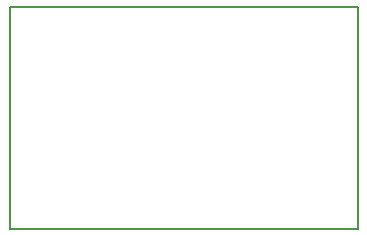
<source format=gbr>
G04 #@! TF.GenerationSoftware,KiCad,Pcbnew,5.0.2-bee76a0~70~ubuntu18.04.1*
G04 #@! TF.CreationDate,2019-11-03T17:39:26-05:00*
G04 #@! TF.ProjectId,solar_connect,736f6c61-725f-4636-9f6e-6e6563742e6b,rev?*
G04 #@! TF.SameCoordinates,PX26c1e00PY3c50eb0*
G04 #@! TF.FileFunction,Profile,NP*
%FSLAX46Y46*%
G04 Gerber Fmt 4.6, Leading zero omitted, Abs format (unit mm)*
G04 Created by KiCad (PCBNEW 5.0.2-bee76a0~70~ubuntu18.04.1) date Sun 03 Nov 2019 05:39:26 PM EST*
%MOMM*%
%LPD*%
G01*
G04 APERTURE LIST*
%ADD10C,0.150000*%
G04 APERTURE END LIST*
D10*
X0Y0D02*
X0Y1778000D01*
X29464000Y0D02*
X0Y0D01*
X29464000Y18796000D02*
X29464000Y0D01*
X0Y18796000D02*
X29464000Y18796000D01*
X0Y1778000D02*
X0Y18796000D01*
M02*

</source>
